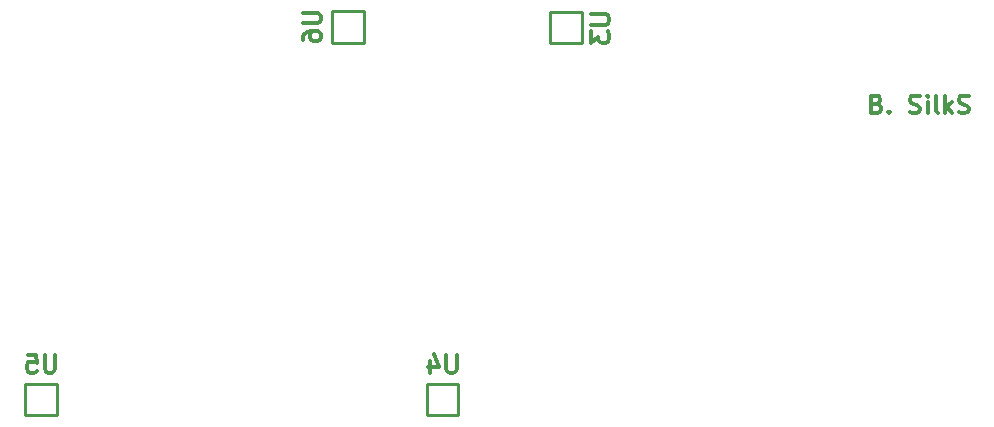
<source format=gbo>
G04 (created by PCBNEW (2013-mar-13)-testing) date Thu 26 Sep 2013 17:04:14 BST*
%MOIN*%
G04 Gerber Fmt 3.4, Leading zero omitted, Abs format*
%FSLAX34Y34*%
G01*
G70*
G90*
G04 APERTURE LIST*
%ADD10C,0.005906*%
%ADD11C,0.011811*%
%ADD12C,0.009800*%
%ADD13C,0.012000*%
%ADD14C,0.075843*%
%ADD15R,0.246063X0.159449*%
%ADD16R,0.021643X0.035443*%
%ADD17R,0.035443X0.021643*%
%ADD18C,0.246063*%
%ADD19C,0.153543*%
%ADD20C,0.068943*%
%ADD21C,0.096457*%
%ADD22C,0.147638*%
%ADD23R,0.069843X0.069843*%
%ADD24C,0.069843*%
G04 APERTURE END LIST*
G54D10*
G54D11*
X45587Y-11808D02*
X45672Y-11836D01*
X45700Y-11864D01*
X45728Y-11920D01*
X45728Y-12005D01*
X45700Y-12061D01*
X45672Y-12089D01*
X45615Y-12117D01*
X45390Y-12117D01*
X45390Y-11526D01*
X45587Y-11526D01*
X45643Y-11555D01*
X45672Y-11583D01*
X45700Y-11639D01*
X45700Y-11695D01*
X45672Y-11751D01*
X45643Y-11780D01*
X45587Y-11808D01*
X45390Y-11808D01*
X45981Y-12061D02*
X46009Y-12089D01*
X45981Y-12117D01*
X45953Y-12089D01*
X45981Y-12061D01*
X45981Y-12117D01*
X46684Y-12089D02*
X46768Y-12117D01*
X46909Y-12117D01*
X46965Y-12089D01*
X46993Y-12061D01*
X47021Y-12005D01*
X47021Y-11948D01*
X46993Y-11892D01*
X46965Y-11864D01*
X46909Y-11836D01*
X46796Y-11808D01*
X46740Y-11780D01*
X46712Y-11751D01*
X46684Y-11695D01*
X46684Y-11639D01*
X46712Y-11583D01*
X46740Y-11555D01*
X46796Y-11526D01*
X46937Y-11526D01*
X47021Y-11555D01*
X47275Y-12117D02*
X47275Y-11723D01*
X47275Y-11526D02*
X47246Y-11555D01*
X47275Y-11583D01*
X47303Y-11555D01*
X47275Y-11526D01*
X47275Y-11583D01*
X47640Y-12117D02*
X47584Y-12089D01*
X47556Y-12033D01*
X47556Y-11526D01*
X47865Y-12117D02*
X47865Y-11526D01*
X47921Y-11892D02*
X48090Y-12117D01*
X48090Y-11723D02*
X47865Y-11948D01*
X48315Y-12089D02*
X48399Y-12117D01*
X48540Y-12117D01*
X48596Y-12089D01*
X48624Y-12061D01*
X48652Y-12005D01*
X48652Y-11948D01*
X48624Y-11892D01*
X48596Y-11864D01*
X48540Y-11836D01*
X48428Y-11808D01*
X48371Y-11780D01*
X48343Y-11751D01*
X48315Y-11695D01*
X48315Y-11639D01*
X48343Y-11583D01*
X48371Y-11555D01*
X48428Y-11526D01*
X48568Y-11526D01*
X48652Y-11555D01*
G54D12*
X18251Y-21149D02*
X18251Y-22184D01*
X18251Y-22184D02*
X17196Y-22184D01*
X17196Y-22184D02*
X17196Y-21157D01*
X17200Y-21141D02*
X18251Y-21141D01*
X31637Y-21149D02*
X31637Y-22184D01*
X31637Y-22184D02*
X30582Y-22184D01*
X30582Y-22184D02*
X30582Y-21157D01*
X30586Y-21141D02*
X31637Y-21141D01*
X35740Y-9786D02*
X34705Y-9786D01*
X34705Y-9786D02*
X34705Y-8731D01*
X34705Y-8731D02*
X35732Y-8731D01*
X35748Y-8735D02*
X35748Y-9786D01*
X27448Y-8716D02*
X28483Y-8716D01*
X28483Y-8716D02*
X28483Y-9771D01*
X28483Y-9771D02*
X27456Y-9771D01*
X27440Y-9767D02*
X27440Y-8716D01*
G54D13*
X18193Y-20163D02*
X18193Y-20649D01*
X18165Y-20706D01*
X18136Y-20735D01*
X18079Y-20763D01*
X17965Y-20763D01*
X17907Y-20735D01*
X17879Y-20706D01*
X17850Y-20649D01*
X17850Y-20163D01*
X17279Y-20163D02*
X17565Y-20163D01*
X17593Y-20449D01*
X17565Y-20421D01*
X17507Y-20392D01*
X17365Y-20392D01*
X17307Y-20421D01*
X17279Y-20449D01*
X17250Y-20506D01*
X17250Y-20649D01*
X17279Y-20706D01*
X17307Y-20735D01*
X17365Y-20763D01*
X17507Y-20763D01*
X17565Y-20735D01*
X17593Y-20706D01*
X31579Y-20163D02*
X31579Y-20649D01*
X31550Y-20706D01*
X31522Y-20735D01*
X31465Y-20763D01*
X31350Y-20763D01*
X31293Y-20735D01*
X31265Y-20706D01*
X31236Y-20649D01*
X31236Y-20163D01*
X30693Y-20363D02*
X30693Y-20763D01*
X30836Y-20135D02*
X30979Y-20563D01*
X30608Y-20563D01*
X36068Y-8814D02*
X36554Y-8814D01*
X36611Y-8843D01*
X36640Y-8871D01*
X36668Y-8929D01*
X36668Y-9043D01*
X36640Y-9100D01*
X36611Y-9129D01*
X36554Y-9157D01*
X36068Y-9157D01*
X36068Y-9386D02*
X36068Y-9757D01*
X36297Y-9557D01*
X36297Y-9643D01*
X36325Y-9700D01*
X36354Y-9729D01*
X36411Y-9757D01*
X36554Y-9757D01*
X36611Y-9729D01*
X36640Y-9700D01*
X36668Y-9643D01*
X36668Y-9471D01*
X36640Y-9414D01*
X36611Y-9386D01*
X26463Y-8774D02*
X26948Y-8774D01*
X27006Y-8803D01*
X27034Y-8831D01*
X27063Y-8889D01*
X27063Y-9003D01*
X27034Y-9060D01*
X27006Y-9089D01*
X26948Y-9117D01*
X26463Y-9117D01*
X26463Y-9660D02*
X26463Y-9546D01*
X26491Y-9489D01*
X26520Y-9460D01*
X26606Y-9403D01*
X26720Y-9374D01*
X26948Y-9374D01*
X27006Y-9403D01*
X27034Y-9431D01*
X27063Y-9489D01*
X27063Y-9603D01*
X27034Y-9660D01*
X27006Y-9689D01*
X26948Y-9717D01*
X26806Y-9717D01*
X26748Y-9689D01*
X26720Y-9660D01*
X26691Y-9603D01*
X26691Y-9489D01*
X26720Y-9431D01*
X26748Y-9403D01*
X26806Y-9374D01*
%LPC*%
G54D11*
X45523Y-13934D02*
X45607Y-13962D01*
X45635Y-13990D01*
X45663Y-14046D01*
X45663Y-14131D01*
X45635Y-14187D01*
X45607Y-14215D01*
X45551Y-14243D01*
X45326Y-14243D01*
X45326Y-13652D01*
X45523Y-13652D01*
X45579Y-13681D01*
X45607Y-13709D01*
X45635Y-13765D01*
X45635Y-13821D01*
X45607Y-13877D01*
X45579Y-13906D01*
X45523Y-13934D01*
X45326Y-13934D01*
X45916Y-14187D02*
X45944Y-14215D01*
X45916Y-14243D01*
X45888Y-14215D01*
X45916Y-14187D01*
X45916Y-14243D01*
X46647Y-14243D02*
X46647Y-13652D01*
X46844Y-14074D01*
X47041Y-13652D01*
X47041Y-14243D01*
X47575Y-14243D02*
X47575Y-13934D01*
X47547Y-13877D01*
X47491Y-13849D01*
X47379Y-13849D01*
X47322Y-13877D01*
X47575Y-14215D02*
X47519Y-14243D01*
X47379Y-14243D01*
X47322Y-14215D01*
X47294Y-14159D01*
X47294Y-14102D01*
X47322Y-14046D01*
X47379Y-14018D01*
X47519Y-14018D01*
X47575Y-13990D01*
X47829Y-14215D02*
X47885Y-14243D01*
X47997Y-14243D01*
X48053Y-14215D01*
X48082Y-14159D01*
X48082Y-14131D01*
X48053Y-14074D01*
X47997Y-14046D01*
X47913Y-14046D01*
X47857Y-14018D01*
X47829Y-13962D01*
X47829Y-13934D01*
X47857Y-13877D01*
X47913Y-13849D01*
X47997Y-13849D01*
X48053Y-13877D01*
X48335Y-14243D02*
X48335Y-13652D01*
X48391Y-14018D02*
X48560Y-14243D01*
X48560Y-13849D02*
X48335Y-14074D01*
G54D14*
X35720Y-6692D03*
X36720Y-6692D03*
X32964Y-6692D03*
X33964Y-6692D03*
X30208Y-6692D03*
X31208Y-6692D03*
X27452Y-6692D03*
X28452Y-6692D03*
G54D15*
X34448Y-13385D03*
X34448Y-16141D03*
X34448Y-18897D03*
X27755Y-13385D03*
X27755Y-16141D03*
X27755Y-18897D03*
X21062Y-13385D03*
X21062Y-16141D03*
X21062Y-18897D03*
X14370Y-13385D03*
X14370Y-16141D03*
X14370Y-18897D03*
G54D16*
X18011Y-21881D03*
X17814Y-21881D03*
X17617Y-21881D03*
X17420Y-21881D03*
X17420Y-21428D03*
X17617Y-21428D03*
X17814Y-21428D03*
X18011Y-21428D03*
X31397Y-21881D03*
X31200Y-21881D03*
X31003Y-21881D03*
X30806Y-21881D03*
X30806Y-21428D03*
X31003Y-21428D03*
X31200Y-21428D03*
X31397Y-21428D03*
G54D17*
X35008Y-9546D03*
X35008Y-9349D03*
X35008Y-9152D03*
X35008Y-8955D03*
X35461Y-8955D03*
X35461Y-9152D03*
X35461Y-9349D03*
X35461Y-9546D03*
X28180Y-8956D03*
X28180Y-9153D03*
X28180Y-9350D03*
X28180Y-9547D03*
X27727Y-9547D03*
X27727Y-9350D03*
X27727Y-9153D03*
X27727Y-8956D03*
G54D18*
X42125Y-22440D03*
X42125Y-6692D03*
X6692Y-6692D03*
X6692Y-22440D03*
G54D19*
X17381Y-7086D03*
X22381Y-7086D03*
G54D20*
X18476Y-8086D03*
X18877Y-8787D03*
X19279Y-8086D03*
X19681Y-8787D03*
X20082Y-8086D03*
X20484Y-8787D03*
X20885Y-8086D03*
X21287Y-8787D03*
G54D21*
X16681Y-8437D03*
X23082Y-8437D03*
G54D22*
X6929Y-14566D03*
X8661Y-14566D03*
G54D23*
X5649Y-18511D03*
G54D24*
X5649Y-19511D03*
M02*

</source>
